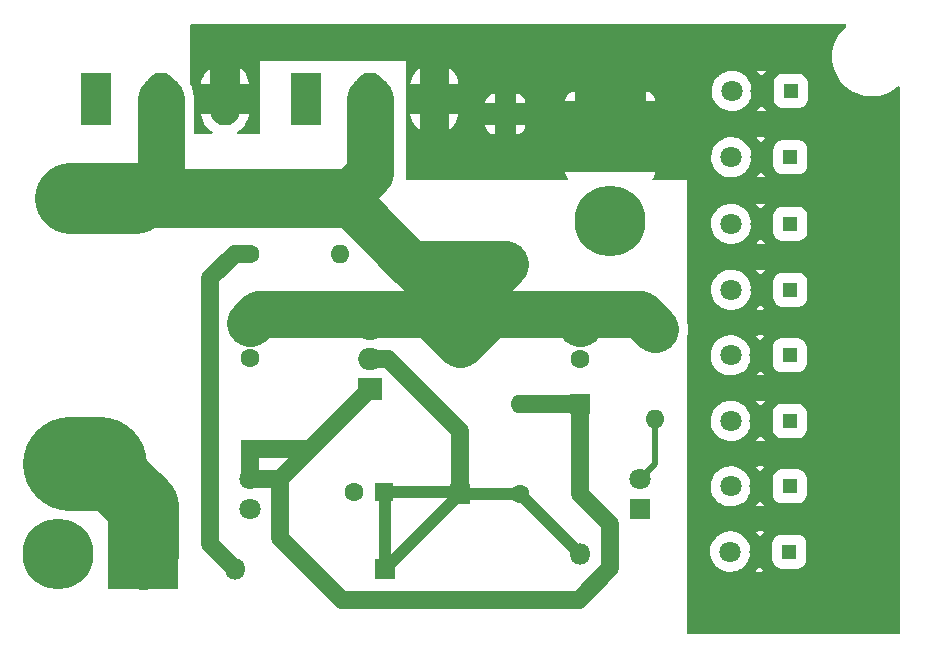
<source format=gbr>
%TF.GenerationSoftware,KiCad,Pcbnew,6.0.2+dfsg-1*%
%TF.CreationDate,2023-08-31T23:14:48-03:00*%
%TF.ProjectId,placa_alimentacao,706c6163-615f-4616-9c69-6d656e746163,rev?*%
%TF.SameCoordinates,Original*%
%TF.FileFunction,Copper,L2,Bot*%
%TF.FilePolarity,Positive*%
%FSLAX46Y46*%
G04 Gerber Fmt 4.6, Leading zero omitted, Abs format (unit mm)*
G04 Created by KiCad (PCBNEW 6.0.2+dfsg-1) date 2023-08-31 23:14:48*
%MOMM*%
%LPD*%
G01*
G04 APERTURE LIST*
%TA.AperFunction,ComponentPad*%
%ADD10C,3.000000*%
%TD*%
%TA.AperFunction,ComponentPad*%
%ADD11R,1.600000X1.600000*%
%TD*%
%TA.AperFunction,ComponentPad*%
%ADD12C,1.600000*%
%TD*%
%TA.AperFunction,ComponentPad*%
%ADD13O,1.600000X1.600000*%
%TD*%
%TA.AperFunction,ComponentPad*%
%ADD14R,1.800000X1.800000*%
%TD*%
%TA.AperFunction,ComponentPad*%
%ADD15C,1.800000*%
%TD*%
%TA.AperFunction,ComponentPad*%
%ADD16R,1.280000X1.280000*%
%TD*%
%TA.AperFunction,ComponentPad*%
%ADD17R,2.500000X4.500000*%
%TD*%
%TA.AperFunction,ComponentPad*%
%ADD18O,2.500000X4.500000*%
%TD*%
%TA.AperFunction,ComponentPad*%
%ADD19O,1.800000X1.800000*%
%TD*%
%TA.AperFunction,ComponentPad*%
%ADD20R,1.500000X1.500000*%
%TD*%
%TA.AperFunction,ComponentPad*%
%ADD21C,6.000000*%
%TD*%
%TA.AperFunction,ComponentPad*%
%ADD22R,6.000000X6.000000*%
%TD*%
%TA.AperFunction,ComponentPad*%
%ADD23R,2.000000X1.905000*%
%TD*%
%TA.AperFunction,ComponentPad*%
%ADD24O,2.000000X1.905000*%
%TD*%
%TA.AperFunction,Conductor*%
%ADD25C,0.500000*%
%TD*%
%TA.AperFunction,Conductor*%
%ADD26C,1.000000*%
%TD*%
%TA.AperFunction,Conductor*%
%ADD27C,1.500000*%
%TD*%
%TA.AperFunction,Conductor*%
%ADD28C,4.000000*%
%TD*%
%TA.AperFunction,Conductor*%
%ADD29C,6.000000*%
%TD*%
%TA.AperFunction,Conductor*%
%ADD30C,5.000000*%
%TD*%
%TA.AperFunction,Conductor*%
%ADD31C,8.000000*%
%TD*%
G04 APERTURE END LIST*
D10*
%TO.P,F1,1*%
%TO.N,/Vin*%
X109220000Y-57150000D03*
%TO.P,F1,2*%
%TO.N,/VDC*%
X109220000Y-34650000D03*
%TD*%
D11*
%TO.P,C3,1*%
%TO.N,Net-(C3-Pad1)*%
X135777361Y-59536027D03*
D12*
%TO.P,C3,2*%
%TO.N,GND*%
X133277361Y-59536027D03*
%TD*%
%TO.P,R3,1*%
%TO.N,/VDC*%
X158750000Y-45720000D03*
D13*
%TO.P,R3,2*%
%TO.N,Net-(D5-Pad2)*%
X158750000Y-53340000D03*
%TD*%
D14*
%TO.P,D5,1,K*%
%TO.N,GND*%
X157480000Y-60960000D03*
D15*
%TO.P,D5,2,A*%
%TO.N,Net-(D5-Pad2)*%
X157480000Y-58420000D03*
%TD*%
D11*
%TO.P,C1,1*%
%TO.N,/VDC*%
X124460000Y-45720000D03*
D12*
%TO.P,C1,2*%
%TO.N,GND*%
X124460000Y-48220000D03*
%TD*%
D16*
%TO.P,J3,1,1*%
%TO.N,GND*%
X170180000Y-36830000D03*
D15*
%TO.P,J3,2,2*%
%TO.N,VOUT*%
X167680000Y-36830000D03*
%TO.P,J3,3,3*%
%TO.N,DATA*%
X165180000Y-36830000D03*
%TD*%
D17*
%TO.P,Q1,1,BASE*%
%TO.N,/Tbase*%
X129165000Y-26245000D03*
D18*
%TO.P,Q1,2,COLLECTOR*%
%TO.N,/VDC*%
X134615000Y-26245000D03*
%TO.P,Q1,3,EMITTER*%
%TO.N,VOUT*%
X140065000Y-26245000D03*
%TD*%
D14*
%TO.P,D2,1,A*%
%TO.N,/ADJ*%
X152400000Y-52070000D03*
D19*
%TO.P,D2,2,K*%
%TO.N,Net-(C3-Pad1)*%
X152400000Y-64770000D03*
%TD*%
D16*
%TO.P,J6,1,1*%
%TO.N,GND*%
X170155962Y-59051842D03*
D15*
%TO.P,J6,2,2*%
%TO.N,VOUT*%
X167655962Y-59051842D03*
%TO.P,J6,3,3*%
%TO.N,DATA*%
X165155962Y-59051842D03*
%TD*%
D16*
%TO.P,J8,1,1*%
%TO.N,GND*%
X170237184Y-25574833D03*
D15*
%TO.P,J8,2,2*%
%TO.N,VOUT*%
X167737184Y-25574833D03*
%TO.P,J8,3,3*%
%TO.N,DATA*%
X165237184Y-25574833D03*
%TD*%
D11*
%TO.P,C2,1*%
%TO.N,/VDC*%
X152400000Y-45760000D03*
D12*
%TO.P,C2,2*%
%TO.N,GND*%
X152400000Y-48260000D03*
%TD*%
D20*
%TO.P,VR1,1*%
%TO.N,/ADJ*%
X124460000Y-55880000D03*
D15*
%TO.P,VR1,2*%
X124460000Y-58420000D03*
%TO.P,VR1,3*%
%TO.N,GND*%
X124460000Y-60960000D03*
%TD*%
D12*
%TO.P,R1,1*%
%TO.N,Net-(C3-Pad1)*%
X147320000Y-59690000D03*
D13*
%TO.P,R1,2*%
%TO.N,/ADJ*%
X147320000Y-52070000D03*
%TD*%
D16*
%TO.P,J10,1,1*%
%TO.N,GND*%
X170115617Y-64570729D03*
D15*
%TO.P,J10,2,2*%
%TO.N,VOUT*%
X167615617Y-64570729D03*
%TO.P,J10,3,3*%
%TO.N,DATA*%
X165115617Y-64570729D03*
%TD*%
D17*
%TO.P,Q2,1,BASE*%
%TO.N,/Tbase*%
X111435000Y-26245000D03*
D18*
%TO.P,Q2,2,COLLECTOR*%
%TO.N,/VDC*%
X116885000Y-26245000D03*
%TO.P,Q2,3,EMITTER*%
%TO.N,VOUT*%
X122335000Y-26245000D03*
%TD*%
D21*
%TO.P,J1,N,NEG*%
%TO.N,GND*%
X108160000Y-64770000D03*
D22*
%TO.P,J1,P,POS*%
%TO.N,/Vin*%
X115360000Y-64770000D03*
%TD*%
D16*
%TO.P,J7,1,1*%
%TO.N,GND*%
X170150740Y-47961093D03*
D15*
%TO.P,J7,2,2*%
%TO.N,VOUT*%
X167650740Y-47961093D03*
%TO.P,J7,3,3*%
%TO.N,DATA*%
X165150740Y-47961093D03*
%TD*%
D14*
%TO.P,D1,1,A*%
%TO.N,Net-(C3-Pad1)*%
X142240000Y-59690000D03*
D19*
%TO.P,D1,2,K*%
%TO.N,/VDC*%
X142240000Y-46990000D03*
%TD*%
D23*
%TO.P,U1,1,ADJ*%
%TO.N,/ADJ*%
X134620000Y-50800000D03*
D24*
%TO.P,U1,2,VO*%
%TO.N,Net-(C3-Pad1)*%
X134620000Y-48260000D03*
%TO.P,U1,3,VI*%
%TO.N,/VDC*%
X134620000Y-45720000D03*
%TD*%
D14*
%TO.P,D3,1,A*%
%TO.N,Net-(C3-Pad1)*%
X135890000Y-66040000D03*
D19*
%TO.P,D3,2,K*%
%TO.N,/Tbase*%
X123190000Y-66040000D03*
%TD*%
D16*
%TO.P,J5,1,1*%
%TO.N,GND*%
X170208592Y-31180780D03*
D15*
%TO.P,J5,2,2*%
%TO.N,VOUT*%
X167708592Y-31180780D03*
%TO.P,J5,3,3*%
%TO.N,DATA*%
X165208592Y-31180780D03*
%TD*%
D16*
%TO.P,J4,1,1*%
%TO.N,GND*%
X170155962Y-53516993D03*
D15*
%TO.P,J4,2,2*%
%TO.N,VOUT*%
X167655962Y-53516993D03*
%TO.P,J4,3,3*%
%TO.N,DATA*%
X165155962Y-53516993D03*
%TD*%
D12*
%TO.P,R2,1*%
%TO.N,/Tbase*%
X124460000Y-39370000D03*
D13*
%TO.P,R2,2*%
%TO.N,GND*%
X132080000Y-39370000D03*
%TD*%
D14*
%TO.P,D4,1,A*%
%TO.N,VOUT*%
X146069631Y-27523558D03*
D19*
%TO.P,D4,2,K*%
%TO.N,/VDC*%
X146069631Y-40223558D03*
%TD*%
D21*
%TO.P,J2,N,NEG*%
%TO.N,GND*%
X154940000Y-36620000D03*
D22*
%TO.P,J2,P,POS*%
%TO.N,VOUT*%
X154940000Y-29420000D03*
%TD*%
D16*
%TO.P,J9,1,1*%
%TO.N,GND*%
X170179999Y-42401862D03*
D15*
%TO.P,J9,2,2*%
%TO.N,VOUT*%
X167679999Y-42401862D03*
%TO.P,J9,3,3*%
%TO.N,DATA*%
X165179999Y-42401862D03*
%TD*%
D25*
%TO.N,Net-(C3-Pad1)*%
X135890000Y-59648666D02*
X135777361Y-59536027D01*
D26*
X135777361Y-59536027D02*
X142086027Y-59536027D01*
D27*
X136120000Y-48260000D02*
X134620000Y-48260000D01*
X142240000Y-59690000D02*
X142240000Y-54380000D01*
X142240000Y-54380000D02*
X136120000Y-48260000D01*
D25*
X142240000Y-59690000D02*
X142086027Y-59536027D01*
D26*
X135890000Y-66040000D02*
X142240000Y-59690000D01*
X147320000Y-59690000D02*
X152400000Y-64770000D01*
X142240000Y-59690000D02*
X147320000Y-59690000D01*
X135890000Y-66040000D02*
X135890000Y-59648666D01*
D28*
%TO.N,/VDC*%
X134615000Y-26245000D02*
X134615000Y-32495000D01*
X152400000Y-44450000D02*
X152400000Y-45260489D01*
D29*
X114730000Y-34650000D02*
X109220000Y-34650000D01*
D28*
X142240000Y-46990000D02*
X139700000Y-44450000D01*
X142240000Y-46990000D02*
X142240000Y-44430000D01*
X158750000Y-45720000D02*
X157480000Y-44450000D01*
X142240000Y-44053189D02*
X146069631Y-40223558D01*
X134615000Y-32495000D02*
X132460000Y-34650000D01*
X125230489Y-44450000D02*
X124460000Y-45220489D01*
X142240000Y-44430000D02*
X132460000Y-34650000D01*
X144780000Y-44450000D02*
X152400000Y-44450000D01*
X142240000Y-46990000D02*
X142240000Y-44053189D01*
X116885000Y-26245000D02*
X116885000Y-32495000D01*
X138033558Y-40223558D02*
X132460000Y-34650000D01*
D30*
X132460000Y-34650000D02*
X114730000Y-34650000D01*
D28*
X157480000Y-44450000D02*
X152400000Y-44450000D01*
X139700000Y-44450000D02*
X125230489Y-44450000D01*
X146069631Y-40223558D02*
X138033558Y-40223558D01*
X116885000Y-32495000D02*
X114730000Y-34650000D01*
X142240000Y-46990000D02*
X144780000Y-44450000D01*
D25*
%TO.N,Net-(D5-Pad2)*%
X157480000Y-58420000D02*
X158750000Y-57150000D01*
X158750000Y-57150000D02*
X158750000Y-53340000D01*
D29*
%TO.N,/Vin*%
X115360000Y-60750000D02*
X111760000Y-57150000D01*
D31*
X111760000Y-57150000D02*
X109220000Y-57150000D01*
D29*
X115360000Y-64770000D02*
X115360000Y-60750000D01*
D27*
%TO.N,/Tbase*%
X121062691Y-63912691D02*
X123190000Y-66040000D01*
X123140000Y-39370000D02*
X124460000Y-39370000D01*
X121062691Y-41447309D02*
X123140000Y-39370000D01*
X121062691Y-41447309D02*
X121062691Y-63912691D01*
%TO.N,/ADJ*%
X124460000Y-58420000D02*
X124460000Y-55880000D01*
X129540000Y-55880000D02*
X134620000Y-50800000D01*
X124460000Y-55880000D02*
X129540000Y-55880000D01*
X154940000Y-65999275D02*
X152280957Y-68658318D01*
X127000000Y-63400905D02*
X127000000Y-58420000D01*
X127000000Y-58420000D02*
X134620000Y-50800000D01*
X147320000Y-52070000D02*
X152400000Y-52070000D01*
X152400000Y-52070000D02*
X152400000Y-59690000D01*
X154940000Y-62230000D02*
X154940000Y-65999275D01*
X152280957Y-68658318D02*
X132257413Y-68658318D01*
X152400000Y-59690000D02*
X154940000Y-62230000D01*
X132257413Y-68658318D02*
X127000000Y-63400905D01*
X124460000Y-58420000D02*
X127000000Y-58420000D01*
%TD*%
%TA.AperFunction,Conductor*%
%TO.N,VOUT*%
G36*
X161498246Y-33146377D02*
G01*
X158645653Y-33146377D01*
X158577532Y-33126375D01*
X158531039Y-33072719D01*
X158520935Y-33002445D01*
X158547181Y-32941768D01*
X158616844Y-32854502D01*
X158624305Y-32842654D01*
X158696287Y-32693752D01*
X158700937Y-32680549D01*
X158738527Y-32517730D01*
X158739947Y-32507812D01*
X158740000Y-32505973D01*
X158740000Y-32438115D01*
X158735525Y-32422876D01*
X158734135Y-32421671D01*
X158726452Y-32420000D01*
X151158116Y-32420000D01*
X151142877Y-32424475D01*
X151141672Y-32425865D01*
X151140001Y-32433548D01*
X151140001Y-32506003D01*
X151140052Y-32507797D01*
X151141473Y-32517728D01*
X151179063Y-32680549D01*
X151183713Y-32693752D01*
X151255695Y-32842654D01*
X151263156Y-32854502D01*
X151332819Y-32941768D01*
X151359686Y-33007485D01*
X151346759Y-33077295D01*
X151298142Y-33129034D01*
X151234349Y-33146377D01*
X137928106Y-33146376D01*
X137764758Y-33146376D01*
X137696637Y-33126374D01*
X137650144Y-33072718D01*
X137638758Y-33020376D01*
X137638758Y-27510736D01*
X138028576Y-27510736D01*
X138029687Y-27526619D01*
X138030906Y-27535296D01*
X138088687Y-27807135D01*
X138091106Y-27815572D01*
X138186155Y-28076713D01*
X138189726Y-28084733D01*
X138320186Y-28330095D01*
X138324845Y-28337551D01*
X138488185Y-28562369D01*
X138493832Y-28569099D01*
X138686879Y-28769005D01*
X138693401Y-28774876D01*
X138800723Y-28858726D01*
X138812353Y-28863339D01*
X138814175Y-28856496D01*
X141315000Y-28856496D01*
X141318878Y-28869703D01*
X141326740Y-28866671D01*
X141333464Y-28861417D01*
X141539974Y-28675475D01*
X141546077Y-28669155D01*
X141679993Y-28509561D01*
X144369632Y-28509561D01*
X144369683Y-28511355D01*
X144371104Y-28521286D01*
X144408694Y-28684107D01*
X144413344Y-28697310D01*
X144485326Y-28846212D01*
X144492787Y-28858060D01*
X144595977Y-28987325D01*
X144605864Y-28997212D01*
X144735129Y-29100402D01*
X144746977Y-29107863D01*
X144895879Y-29179845D01*
X144909082Y-29184495D01*
X145071901Y-29222085D01*
X145081819Y-29223505D01*
X145083658Y-29223558D01*
X145151516Y-29223558D01*
X145166755Y-29219083D01*
X145167960Y-29217693D01*
X145169631Y-29210010D01*
X145169631Y-29205442D01*
X146969631Y-29205442D01*
X146974106Y-29220681D01*
X146975496Y-29221886D01*
X146983179Y-29223557D01*
X147055634Y-29223557D01*
X147057436Y-29223505D01*
X147067359Y-29222085D01*
X147230180Y-29184495D01*
X147243383Y-29179845D01*
X147392285Y-29107863D01*
X147404133Y-29100402D01*
X147533398Y-28997212D01*
X147543285Y-28987325D01*
X147646475Y-28858060D01*
X147653936Y-28846212D01*
X147725918Y-28697310D01*
X147730568Y-28684107D01*
X147768158Y-28521288D01*
X147769578Y-28511370D01*
X147769631Y-28509531D01*
X147769631Y-28441673D01*
X147765156Y-28426434D01*
X147763766Y-28425229D01*
X147756083Y-28423558D01*
X146987746Y-28423558D01*
X146972507Y-28428033D01*
X146971302Y-28429423D01*
X146969631Y-28437106D01*
X146969631Y-29205442D01*
X145169631Y-29205442D01*
X145169631Y-28441673D01*
X145165156Y-28426434D01*
X145163766Y-28425229D01*
X145156083Y-28423558D01*
X144387747Y-28423558D01*
X144372508Y-28428033D01*
X144371303Y-28429423D01*
X144369632Y-28437106D01*
X144369632Y-28509561D01*
X141679993Y-28509561D01*
X141724707Y-28456273D01*
X141729867Y-28449170D01*
X141877136Y-28213491D01*
X141881248Y-28205757D01*
X141994287Y-27951867D01*
X141997286Y-27943626D01*
X142073887Y-27676487D01*
X142075711Y-27667908D01*
X142097490Y-27512940D01*
X142095429Y-27498920D01*
X142081999Y-27495000D01*
X141333115Y-27495000D01*
X141317876Y-27499475D01*
X141316671Y-27500865D01*
X141315000Y-27508548D01*
X141315000Y-28856496D01*
X138814175Y-28856496D01*
X138815000Y-28853396D01*
X138815000Y-27513115D01*
X138810525Y-27497876D01*
X138809135Y-27496671D01*
X138801452Y-27495000D01*
X138045591Y-27495000D01*
X138030632Y-27499392D01*
X138028576Y-27510736D01*
X137638758Y-27510736D01*
X137638758Y-26605443D01*
X144369631Y-26605443D01*
X144374106Y-26620682D01*
X144375496Y-26621887D01*
X144383179Y-26623558D01*
X145151516Y-26623558D01*
X145166755Y-26619083D01*
X145167960Y-26617693D01*
X145169631Y-26610010D01*
X145169631Y-26605443D01*
X146969631Y-26605443D01*
X146974106Y-26620682D01*
X146975496Y-26621887D01*
X146983179Y-26623558D01*
X147751515Y-26623558D01*
X147766754Y-26619083D01*
X147767959Y-26617693D01*
X147769630Y-26610010D01*
X147769630Y-26537555D01*
X147769578Y-26535753D01*
X147768158Y-26525830D01*
X147739543Y-26401885D01*
X151140000Y-26401885D01*
X151144475Y-26417124D01*
X151145865Y-26418329D01*
X151153548Y-26420000D01*
X151921885Y-26420000D01*
X151937124Y-26415525D01*
X151938329Y-26414135D01*
X151940000Y-26406452D01*
X151940000Y-26401885D01*
X157940000Y-26401885D01*
X157944475Y-26417124D01*
X157945865Y-26418329D01*
X157953548Y-26420000D01*
X158721884Y-26420000D01*
X158737123Y-26415525D01*
X158738328Y-26414135D01*
X158739999Y-26406452D01*
X158739999Y-26333997D01*
X158739947Y-26332195D01*
X158738527Y-26322272D01*
X158700937Y-26159451D01*
X158696287Y-26146248D01*
X158624305Y-25997346D01*
X158616844Y-25985498D01*
X158513654Y-25856233D01*
X158503767Y-25846346D01*
X158374502Y-25743156D01*
X158362654Y-25735695D01*
X158213752Y-25663713D01*
X158200549Y-25659063D01*
X158037730Y-25621473D01*
X158027812Y-25620053D01*
X158025973Y-25620000D01*
X157958115Y-25620000D01*
X157942876Y-25624475D01*
X157941671Y-25625865D01*
X157940000Y-25633548D01*
X157940000Y-26401885D01*
X151940000Y-26401885D01*
X151940000Y-25638116D01*
X151935525Y-25622877D01*
X151934135Y-25621672D01*
X151926452Y-25620001D01*
X151853997Y-25620001D01*
X151852195Y-25620053D01*
X151842272Y-25621473D01*
X151679451Y-25659063D01*
X151666248Y-25663713D01*
X151517346Y-25735695D01*
X151505498Y-25743156D01*
X151376233Y-25846346D01*
X151366346Y-25856233D01*
X151263156Y-25985498D01*
X151255695Y-25997346D01*
X151183713Y-26146248D01*
X151179063Y-26159451D01*
X151141473Y-26322270D01*
X151140053Y-26332188D01*
X151140000Y-26334027D01*
X151140000Y-26401885D01*
X147739543Y-26401885D01*
X147730568Y-26363009D01*
X147725918Y-26349806D01*
X147653936Y-26200904D01*
X147646475Y-26189056D01*
X147543285Y-26059791D01*
X147533398Y-26049904D01*
X147404133Y-25946714D01*
X147392285Y-25939253D01*
X147243383Y-25867271D01*
X147230180Y-25862621D01*
X147067361Y-25825031D01*
X147057443Y-25823611D01*
X147055604Y-25823558D01*
X146987746Y-25823558D01*
X146972507Y-25828033D01*
X146971302Y-25829423D01*
X146969631Y-25837106D01*
X146969631Y-26605443D01*
X145169631Y-26605443D01*
X145169631Y-25841674D01*
X145165156Y-25826435D01*
X145163766Y-25825230D01*
X145156083Y-25823559D01*
X145083628Y-25823559D01*
X145081826Y-25823611D01*
X145071903Y-25825031D01*
X144909082Y-25862621D01*
X144895879Y-25867271D01*
X144746977Y-25939253D01*
X144735129Y-25946714D01*
X144605864Y-26049904D01*
X144595977Y-26059791D01*
X144492787Y-26189056D01*
X144485326Y-26200904D01*
X144413344Y-26349806D01*
X144408694Y-26363009D01*
X144371104Y-26525828D01*
X144369684Y-26535746D01*
X144369631Y-26537585D01*
X144369631Y-26605443D01*
X137638758Y-26605443D01*
X137638758Y-24977060D01*
X138032510Y-24977060D01*
X138034571Y-24991080D01*
X138048001Y-24995000D01*
X138796885Y-24995000D01*
X138812124Y-24990525D01*
X138813329Y-24989135D01*
X138815000Y-24981452D01*
X138815000Y-24976885D01*
X141315000Y-24976885D01*
X141319475Y-24992124D01*
X141320865Y-24993329D01*
X141328548Y-24995000D01*
X142084409Y-24995000D01*
X142099368Y-24990608D01*
X142101424Y-24979264D01*
X142100313Y-24963381D01*
X142099094Y-24954704D01*
X142041313Y-24682865D01*
X142038894Y-24674428D01*
X141943845Y-24413287D01*
X141940274Y-24405267D01*
X141809814Y-24159905D01*
X141805155Y-24152449D01*
X141641815Y-23927631D01*
X141636168Y-23920901D01*
X141443121Y-23720995D01*
X141436599Y-23715124D01*
X141329277Y-23631274D01*
X141317647Y-23626661D01*
X141315000Y-23636604D01*
X141315000Y-24976885D01*
X138815000Y-24976885D01*
X138815000Y-23633504D01*
X138811122Y-23620297D01*
X138803260Y-23623329D01*
X138796536Y-23628583D01*
X138590026Y-23814525D01*
X138583923Y-23820845D01*
X138405293Y-24033727D01*
X138400133Y-24040830D01*
X138252864Y-24276509D01*
X138248752Y-24284243D01*
X138135713Y-24538133D01*
X138132714Y-24546374D01*
X138056113Y-24813513D01*
X138054289Y-24822092D01*
X138032510Y-24977060D01*
X137638758Y-24977060D01*
X137638758Y-23074148D01*
X125304289Y-23074148D01*
X125304289Y-29084000D01*
X125284287Y-29152121D01*
X125230631Y-29198614D01*
X125178289Y-29210000D01*
X123499893Y-29210000D01*
X123431772Y-29189998D01*
X123385279Y-29136342D01*
X123375175Y-29066068D01*
X123404669Y-29001488D01*
X123429435Y-28979541D01*
X123596542Y-28866826D01*
X123603459Y-28861422D01*
X123809974Y-28675475D01*
X123816077Y-28669155D01*
X123994707Y-28456273D01*
X123999867Y-28449170D01*
X124147136Y-28213491D01*
X124151248Y-28205757D01*
X124264287Y-27951867D01*
X124267286Y-27943626D01*
X124343887Y-27676487D01*
X124345711Y-27667908D01*
X124367490Y-27512940D01*
X124365429Y-27498920D01*
X124351999Y-27495000D01*
X120315591Y-27495000D01*
X120300632Y-27499392D01*
X120298576Y-27510736D01*
X120299687Y-27526619D01*
X120300906Y-27535296D01*
X120358687Y-27807135D01*
X120361106Y-27815572D01*
X120456155Y-28076713D01*
X120459726Y-28084733D01*
X120590186Y-28330095D01*
X120594845Y-28337551D01*
X120758185Y-28562369D01*
X120763832Y-28569099D01*
X120956879Y-28769005D01*
X120963401Y-28774877D01*
X121182389Y-28945969D01*
X121189662Y-28950875D01*
X121231242Y-28974881D01*
X121280235Y-29026263D01*
X121293672Y-29095977D01*
X121267285Y-29161888D01*
X121209453Y-29203070D01*
X121168242Y-29210000D01*
X119811500Y-29210000D01*
X119743379Y-29189998D01*
X119696886Y-29136342D01*
X119685500Y-29084000D01*
X119685500Y-26160827D01*
X119671268Y-25917689D01*
X119662333Y-25867271D01*
X119614694Y-25598469D01*
X119614693Y-25598465D01*
X119614052Y-25594848D01*
X119537519Y-25340559D01*
X119520621Y-25284413D01*
X119520621Y-25284412D01*
X119519560Y-25280888D01*
X119390407Y-24983146D01*
X119389144Y-24977060D01*
X120302510Y-24977060D01*
X120304571Y-24991080D01*
X120318001Y-24995000D01*
X121066885Y-24995000D01*
X121082124Y-24990525D01*
X121083329Y-24989135D01*
X121085000Y-24981452D01*
X121085000Y-24976885D01*
X123585000Y-24976885D01*
X123589475Y-24992124D01*
X123590865Y-24993329D01*
X123598548Y-24995000D01*
X124354409Y-24995000D01*
X124369368Y-24990608D01*
X124371424Y-24979264D01*
X124370313Y-24963381D01*
X124369094Y-24954704D01*
X124311313Y-24682865D01*
X124308894Y-24674428D01*
X124213845Y-24413287D01*
X124210274Y-24405267D01*
X124079814Y-24159905D01*
X124075155Y-24152449D01*
X123911815Y-23927631D01*
X123906168Y-23920901D01*
X123713121Y-23720995D01*
X123706599Y-23715124D01*
X123599277Y-23631274D01*
X123587647Y-23626661D01*
X123585000Y-23636604D01*
X123585000Y-24976885D01*
X121085000Y-24976885D01*
X121085000Y-23633504D01*
X121081122Y-23620297D01*
X121073260Y-23623329D01*
X121066536Y-23628583D01*
X120860026Y-23814525D01*
X120853923Y-23820845D01*
X120675293Y-24033727D01*
X120670133Y-24040830D01*
X120522864Y-24276509D01*
X120518752Y-24284243D01*
X120405713Y-24538133D01*
X120402714Y-24546374D01*
X120326113Y-24813513D01*
X120324289Y-24822092D01*
X120302510Y-24977060D01*
X119389144Y-24977060D01*
X119380000Y-24933004D01*
X119380000Y-20051000D01*
X119400002Y-19982879D01*
X119453658Y-19936386D01*
X119506000Y-19925000D01*
X161498246Y-19925000D01*
X161498246Y-33146377D01*
G37*
%TD.AperFunction*%
%TD*%
%TA.AperFunction,Conductor*%
%TO.N,VOUT*%
G36*
X174885320Y-19945002D02*
G01*
X174931813Y-19998658D01*
X174941917Y-20068932D01*
X174912423Y-20133512D01*
X174903616Y-20142696D01*
X174657863Y-20374281D01*
X174655646Y-20376876D01*
X174655641Y-20376882D01*
X174425132Y-20646775D01*
X174422908Y-20649379D01*
X174420980Y-20652206D01*
X174420978Y-20652208D01*
X174221768Y-20944239D01*
X174219037Y-20948242D01*
X174217430Y-20951252D01*
X174217428Y-20951255D01*
X174050241Y-21264369D01*
X174050237Y-21264378D01*
X174048636Y-21267376D01*
X173913697Y-21603046D01*
X173912777Y-21606320D01*
X173912775Y-21606325D01*
X173821259Y-21931905D01*
X173815800Y-21951325D01*
X173756090Y-22308141D01*
X173737217Y-22635446D01*
X173735264Y-22669318D01*
X173735436Y-22672713D01*
X173735436Y-22672714D01*
X173740469Y-22772059D01*
X173753568Y-23030632D01*
X173810786Y-23387856D01*
X173906249Y-23736810D01*
X174038841Y-24073414D01*
X174040424Y-24076429D01*
X174205426Y-24390713D01*
X174205431Y-24390721D01*
X174207010Y-24393729D01*
X174208904Y-24396547D01*
X174208909Y-24396556D01*
X174335255Y-24584579D01*
X174408789Y-24694009D01*
X174641818Y-24970740D01*
X174644278Y-24973091D01*
X174644281Y-24973094D01*
X174707748Y-25033744D01*
X174903371Y-25220685D01*
X175190388Y-25440921D01*
X175275717Y-25492802D01*
X175496597Y-25627099D01*
X175496602Y-25627102D01*
X175499512Y-25628871D01*
X175502600Y-25630317D01*
X175502599Y-25630317D01*
X175824042Y-25780893D01*
X175824052Y-25780897D01*
X175827126Y-25782337D01*
X175830344Y-25783439D01*
X175830347Y-25783440D01*
X176166175Y-25898420D01*
X176166183Y-25898422D01*
X176169398Y-25899523D01*
X176172726Y-25900273D01*
X176518999Y-25978309D01*
X176519005Y-25978310D01*
X176522324Y-25979058D01*
X176525703Y-25979443D01*
X176525709Y-25979444D01*
X176676195Y-25996589D01*
X176881776Y-26020012D01*
X176885181Y-26020030D01*
X176885184Y-26020030D01*
X177079819Y-26021049D01*
X177243548Y-26021907D01*
X177246934Y-26021557D01*
X177246936Y-26021557D01*
X177600017Y-25985070D01*
X177600026Y-25985069D01*
X177603409Y-25984719D01*
X177606742Y-25984005D01*
X177606745Y-25984004D01*
X177716923Y-25960383D01*
X177957148Y-25908883D01*
X178300629Y-25795288D01*
X178629832Y-25645262D01*
X178815760Y-25534866D01*
X178937962Y-25462308D01*
X178937967Y-25462305D01*
X178940907Y-25460559D01*
X178967063Y-25440921D01*
X179227481Y-25245393D01*
X179230214Y-25243341D01*
X179252908Y-25222105D01*
X179316313Y-25190164D01*
X179386922Y-25197574D01*
X179442316Y-25241981D01*
X179465000Y-25314105D01*
X179465000Y-71464000D01*
X179444998Y-71532121D01*
X179391342Y-71578614D01*
X179339000Y-71590000D01*
X161578527Y-71590000D01*
X161510406Y-71569998D01*
X161463913Y-71516342D01*
X161452527Y-71464000D01*
X161452527Y-64526090D01*
X163410933Y-64526090D01*
X163423060Y-64778549D01*
X163472369Y-65026442D01*
X163473948Y-65030840D01*
X163473950Y-65030847D01*
X163556194Y-65259915D01*
X163557777Y-65264324D01*
X163677409Y-65486969D01*
X163680204Y-65490713D01*
X163680206Y-65490715D01*
X163825843Y-65685747D01*
X163825848Y-65685753D01*
X163828635Y-65689485D01*
X163831944Y-65692765D01*
X163831949Y-65692771D01*
X163996945Y-65856333D01*
X164008134Y-65867425D01*
X164011896Y-65870183D01*
X164011899Y-65870186D01*
X164150948Y-65972140D01*
X164211963Y-66016878D01*
X164216098Y-66019054D01*
X164216102Y-66019056D01*
X164333569Y-66080858D01*
X164435643Y-66134562D01*
X164674261Y-66217891D01*
X164678854Y-66218763D01*
X164917986Y-66264164D01*
X164917989Y-66264164D01*
X164922575Y-66265035D01*
X165042698Y-66269755D01*
X165170462Y-66274775D01*
X165170467Y-66274775D01*
X165175130Y-66274958D01*
X165253274Y-66266400D01*
X165421724Y-66247952D01*
X165421729Y-66247951D01*
X165426377Y-66247442D01*
X165489452Y-66230836D01*
X165502659Y-66227359D01*
X167237235Y-66227359D01*
X167245124Y-66230836D01*
X167418046Y-66263667D01*
X167427298Y-66264721D01*
X167670445Y-66274275D01*
X167679759Y-66273949D01*
X167921633Y-66247460D01*
X167930810Y-66245759D01*
X167982194Y-66232231D01*
X167994268Y-66224943D01*
X167994096Y-66223448D01*
X167991107Y-66219011D01*
X167628429Y-65856333D01*
X167614485Y-65848719D01*
X167612652Y-65848850D01*
X167606037Y-65853101D01*
X167243798Y-66215340D01*
X167237235Y-66227359D01*
X165502659Y-66227359D01*
X165666275Y-66184283D01*
X165666278Y-66184282D01*
X165670798Y-66183092D01*
X165903022Y-66083320D01*
X166010391Y-66016878D01*
X166113975Y-65952779D01*
X166113979Y-65952776D01*
X166117948Y-65950320D01*
X166212606Y-65870186D01*
X166307289Y-65790031D01*
X166307290Y-65790030D01*
X166310855Y-65787012D01*
X166393503Y-65692771D01*
X166474423Y-65600500D01*
X166474427Y-65600495D01*
X166477505Y-65596985D01*
X166549763Y-65484648D01*
X166611711Y-65388339D01*
X166611713Y-65388336D01*
X166614236Y-65384413D01*
X166718045Y-65153965D01*
X166786651Y-64910705D01*
X166802880Y-64783138D01*
X166818150Y-64663107D01*
X166818150Y-64663101D01*
X166818548Y-64659976D01*
X166820885Y-64570729D01*
X166802154Y-64318674D01*
X166746373Y-64072157D01*
X166657927Y-63844716D01*
X168675117Y-63844716D01*
X168675118Y-64573889D01*
X168675118Y-65298565D01*
X168675391Y-65303318D01*
X168715790Y-65478306D01*
X168793953Y-65639995D01*
X168905997Y-65780349D01*
X169046351Y-65892393D01*
X169208040Y-65970556D01*
X169214901Y-65972140D01*
X169377829Y-66009755D01*
X169377832Y-66009755D01*
X169383028Y-66010955D01*
X169387780Y-66011229D01*
X169389604Y-66011229D01*
X170121855Y-66011228D01*
X170843453Y-66011228D01*
X170848206Y-66010955D01*
X171023194Y-65970556D01*
X171184883Y-65892393D01*
X171325237Y-65780349D01*
X171437281Y-65639995D01*
X171515444Y-65478306D01*
X171517028Y-65471445D01*
X171554643Y-65308517D01*
X171554643Y-65308514D01*
X171555843Y-65303318D01*
X171556117Y-65298566D01*
X171556117Y-64570729D01*
X171556116Y-63844686D01*
X171556116Y-63842893D01*
X171555843Y-63838140D01*
X171515444Y-63663152D01*
X171437281Y-63501463D01*
X171325237Y-63361109D01*
X171184883Y-63249065D01*
X171171963Y-63242819D01*
X171029536Y-63173968D01*
X171029537Y-63173968D01*
X171023194Y-63170902D01*
X171016333Y-63169318D01*
X170853405Y-63131703D01*
X170853402Y-63131703D01*
X170848206Y-63130503D01*
X170843454Y-63130229D01*
X170841630Y-63130229D01*
X170109379Y-63130230D01*
X169387781Y-63130230D01*
X169383028Y-63130503D01*
X169208040Y-63170902D01*
X169201697Y-63173968D01*
X169201698Y-63173968D01*
X169059272Y-63242819D01*
X169046351Y-63249065D01*
X168905997Y-63361109D01*
X168793953Y-63501463D01*
X168715790Y-63663152D01*
X168714206Y-63670013D01*
X168685916Y-63792553D01*
X168675391Y-63838140D01*
X168675117Y-63842892D01*
X168675117Y-63844716D01*
X166657927Y-63844716D01*
X166657915Y-63844686D01*
X166656460Y-63840945D01*
X166656459Y-63840943D01*
X166654767Y-63836592D01*
X166529348Y-63617155D01*
X166372872Y-63418667D01*
X166188777Y-63245487D01*
X165981106Y-63101420D01*
X165976913Y-63099352D01*
X165758610Y-62991697D01*
X165758607Y-62991696D01*
X165754422Y-62989632D01*
X165709996Y-62975411D01*
X165658020Y-62958774D01*
X165520764Y-62914838D01*
X167235500Y-62914838D01*
X167235834Y-62917192D01*
X167238004Y-62920324D01*
X167602805Y-63285125D01*
X167616749Y-63292739D01*
X167618582Y-63292608D01*
X167625197Y-63288357D01*
X167989511Y-62924043D01*
X167995856Y-62912424D01*
X167987291Y-62908783D01*
X167768812Y-62873201D01*
X167759524Y-62872388D01*
X167516220Y-62869203D01*
X167506908Y-62869773D01*
X167265806Y-62902585D01*
X167256688Y-62904523D01*
X167247380Y-62907236D01*
X167235500Y-62914838D01*
X165520764Y-62914838D01*
X165513704Y-62912578D01*
X165509097Y-62911828D01*
X165509094Y-62911827D01*
X165268852Y-62872701D01*
X165268853Y-62872701D01*
X165264241Y-62871950D01*
X165141643Y-62870345D01*
X165016190Y-62868703D01*
X165016187Y-62868703D01*
X165011513Y-62868642D01*
X164761072Y-62902725D01*
X164756582Y-62904034D01*
X164756576Y-62904035D01*
X164653468Y-62934089D01*
X164518420Y-62973452D01*
X164514173Y-62975410D01*
X164514170Y-62975411D01*
X164478843Y-62991697D01*
X164288887Y-63079268D01*
X164284978Y-63081831D01*
X164081429Y-63215283D01*
X164081424Y-63215287D01*
X164077516Y-63217849D01*
X164037615Y-63253462D01*
X163910841Y-63366612D01*
X163888950Y-63386150D01*
X163727332Y-63580475D01*
X163596212Y-63796554D01*
X163594403Y-63800868D01*
X163594402Y-63800870D01*
X163576029Y-63844686D01*
X163498471Y-64029640D01*
X163436256Y-64274612D01*
X163410933Y-64526090D01*
X161452527Y-64526090D01*
X161452527Y-59007203D01*
X163451278Y-59007203D01*
X163463405Y-59259662D01*
X163512714Y-59507555D01*
X163514293Y-59511953D01*
X163514295Y-59511960D01*
X163596539Y-59741028D01*
X163598122Y-59745437D01*
X163717754Y-59968082D01*
X163720549Y-59971826D01*
X163720551Y-59971828D01*
X163866188Y-60166860D01*
X163866193Y-60166866D01*
X163868980Y-60170598D01*
X163872289Y-60173878D01*
X163872294Y-60173884D01*
X164037290Y-60337446D01*
X164048479Y-60348538D01*
X164052241Y-60351296D01*
X164052244Y-60351299D01*
X164191293Y-60453253D01*
X164252308Y-60497991D01*
X164256443Y-60500167D01*
X164256447Y-60500169D01*
X164373914Y-60561971D01*
X164475988Y-60615675D01*
X164714606Y-60699004D01*
X164719199Y-60699876D01*
X164958331Y-60745277D01*
X164958334Y-60745277D01*
X164962920Y-60746148D01*
X165083043Y-60750868D01*
X165210807Y-60755888D01*
X165210812Y-60755888D01*
X165215475Y-60756071D01*
X165293619Y-60747513D01*
X165462069Y-60729065D01*
X165462074Y-60729064D01*
X165466722Y-60728555D01*
X165529797Y-60711949D01*
X165543004Y-60708472D01*
X167277580Y-60708472D01*
X167285469Y-60711949D01*
X167458391Y-60744780D01*
X167467643Y-60745834D01*
X167710790Y-60755388D01*
X167720104Y-60755062D01*
X167961978Y-60728573D01*
X167971155Y-60726872D01*
X168022539Y-60713344D01*
X168034613Y-60706056D01*
X168034441Y-60704561D01*
X168031452Y-60700124D01*
X167668774Y-60337446D01*
X167654830Y-60329832D01*
X167652997Y-60329963D01*
X167646382Y-60334214D01*
X167284143Y-60696453D01*
X167277580Y-60708472D01*
X165543004Y-60708472D01*
X165706620Y-60665396D01*
X165706623Y-60665395D01*
X165711143Y-60664205D01*
X165943367Y-60564433D01*
X166050736Y-60497991D01*
X166154320Y-60433892D01*
X166154324Y-60433889D01*
X166158293Y-60431433D01*
X166252951Y-60351299D01*
X166347634Y-60271144D01*
X166347635Y-60271143D01*
X166351200Y-60268125D01*
X166433848Y-60173884D01*
X166514768Y-60081613D01*
X166514772Y-60081608D01*
X166517850Y-60078098D01*
X166590108Y-59965761D01*
X166652056Y-59869452D01*
X166652058Y-59869449D01*
X166654581Y-59865526D01*
X166758390Y-59635078D01*
X166826996Y-59391818D01*
X166843225Y-59264251D01*
X166858495Y-59144220D01*
X166858495Y-59144214D01*
X166858893Y-59141089D01*
X166861230Y-59051842D01*
X166842499Y-58799787D01*
X166786718Y-58553270D01*
X166698272Y-58325829D01*
X168715462Y-58325829D01*
X168715463Y-59055002D01*
X168715463Y-59779678D01*
X168715736Y-59784431D01*
X168756135Y-59959419D01*
X168834298Y-60121108D01*
X168946342Y-60261462D01*
X169086696Y-60373506D01*
X169248385Y-60451669D01*
X169255246Y-60453253D01*
X169418174Y-60490868D01*
X169418177Y-60490868D01*
X169423373Y-60492068D01*
X169428125Y-60492342D01*
X169429949Y-60492342D01*
X170162200Y-60492341D01*
X170883798Y-60492341D01*
X170888551Y-60492068D01*
X171063539Y-60451669D01*
X171225228Y-60373506D01*
X171365582Y-60261462D01*
X171477626Y-60121108D01*
X171555789Y-59959419D01*
X171557373Y-59952558D01*
X171594988Y-59789630D01*
X171594988Y-59789627D01*
X171596188Y-59784431D01*
X171596462Y-59779679D01*
X171596462Y-59051842D01*
X171596461Y-58325799D01*
X171596461Y-58324006D01*
X171596188Y-58319253D01*
X171555789Y-58144265D01*
X171477626Y-57982576D01*
X171365582Y-57842222D01*
X171225228Y-57730178D01*
X171212308Y-57723932D01*
X171069881Y-57655081D01*
X171069882Y-57655081D01*
X171063539Y-57652015D01*
X171056678Y-57650431D01*
X170893750Y-57612816D01*
X170893747Y-57612816D01*
X170888551Y-57611616D01*
X170883799Y-57611342D01*
X170881975Y-57611342D01*
X170149724Y-57611343D01*
X169428126Y-57611343D01*
X169423373Y-57611616D01*
X169248385Y-57652015D01*
X169242042Y-57655081D01*
X169242043Y-57655081D01*
X169099617Y-57723932D01*
X169086696Y-57730178D01*
X168946342Y-57842222D01*
X168834298Y-57982576D01*
X168756135Y-58144265D01*
X168754551Y-58151126D01*
X168726261Y-58273666D01*
X168715736Y-58319253D01*
X168715462Y-58324005D01*
X168715462Y-58325829D01*
X166698272Y-58325829D01*
X166698260Y-58325799D01*
X166696805Y-58322058D01*
X166696804Y-58322056D01*
X166695112Y-58317705D01*
X166569693Y-58098268D01*
X166413217Y-57899780D01*
X166229122Y-57726600D01*
X166021451Y-57582533D01*
X166017258Y-57580465D01*
X165798955Y-57472810D01*
X165798952Y-57472809D01*
X165794767Y-57470745D01*
X165750341Y-57456524D01*
X165698365Y-57439887D01*
X165561109Y-57395951D01*
X167275845Y-57395951D01*
X167276179Y-57398305D01*
X167278349Y-57401437D01*
X167643150Y-57766238D01*
X167657094Y-57773852D01*
X167658927Y-57773721D01*
X167665542Y-57769470D01*
X168029856Y-57405156D01*
X168036201Y-57393537D01*
X168027636Y-57389896D01*
X167809157Y-57354314D01*
X167799869Y-57353501D01*
X167556565Y-57350316D01*
X167547253Y-57350886D01*
X167306151Y-57383698D01*
X167297033Y-57385636D01*
X167287725Y-57388349D01*
X167275845Y-57395951D01*
X165561109Y-57395951D01*
X165554049Y-57393691D01*
X165549442Y-57392941D01*
X165549439Y-57392940D01*
X165309197Y-57353814D01*
X165309198Y-57353814D01*
X165304586Y-57353063D01*
X165181988Y-57351458D01*
X165056535Y-57349816D01*
X165056532Y-57349816D01*
X165051858Y-57349755D01*
X164801417Y-57383838D01*
X164796927Y-57385147D01*
X164796921Y-57385148D01*
X164693813Y-57415202D01*
X164558765Y-57454565D01*
X164554518Y-57456523D01*
X164554515Y-57456524D01*
X164519188Y-57472810D01*
X164329232Y-57560381D01*
X164325323Y-57562944D01*
X164121774Y-57696396D01*
X164121769Y-57696400D01*
X164117861Y-57698962D01*
X164077960Y-57734575D01*
X163951186Y-57847725D01*
X163929295Y-57867263D01*
X163767677Y-58061588D01*
X163636557Y-58277667D01*
X163634748Y-58281981D01*
X163634747Y-58281983D01*
X163616374Y-58325799D01*
X163538816Y-58510753D01*
X163476601Y-58755725D01*
X163451278Y-59007203D01*
X161452527Y-59007203D01*
X161452527Y-53472354D01*
X163451278Y-53472354D01*
X163463405Y-53724813D01*
X163512714Y-53972706D01*
X163514293Y-53977104D01*
X163514295Y-53977111D01*
X163596539Y-54206179D01*
X163598122Y-54210588D01*
X163717754Y-54433233D01*
X163720549Y-54436977D01*
X163720551Y-54436979D01*
X163866188Y-54632011D01*
X163866193Y-54632017D01*
X163868980Y-54635749D01*
X163872289Y-54639029D01*
X163872294Y-54639035D01*
X164037290Y-54802597D01*
X164048479Y-54813689D01*
X164052241Y-54816447D01*
X164052244Y-54816450D01*
X164191293Y-54918404D01*
X164252308Y-54963142D01*
X164256443Y-54965318D01*
X164256447Y-54965320D01*
X164373914Y-55027122D01*
X164475988Y-55080826D01*
X164714606Y-55164155D01*
X164719199Y-55165027D01*
X164958331Y-55210428D01*
X164958334Y-55210428D01*
X164962920Y-55211299D01*
X165083043Y-55216019D01*
X165210807Y-55221039D01*
X165210812Y-55221039D01*
X165215475Y-55221222D01*
X165293619Y-55212664D01*
X165462069Y-55194216D01*
X165462074Y-55194215D01*
X165466722Y-55193706D01*
X165529797Y-55177100D01*
X165543004Y-55173623D01*
X167277580Y-55173623D01*
X167285469Y-55177100D01*
X167458391Y-55209931D01*
X167467643Y-55210985D01*
X167710790Y-55220539D01*
X167720104Y-55220213D01*
X167961978Y-55193724D01*
X167971155Y-55192023D01*
X168022539Y-55178495D01*
X168034613Y-55171207D01*
X168034441Y-55169712D01*
X168031452Y-55165275D01*
X167668774Y-54802597D01*
X167654830Y-54794983D01*
X167652997Y-54795114D01*
X167646382Y-54799365D01*
X167284143Y-55161604D01*
X167277580Y-55173623D01*
X165543004Y-55173623D01*
X165706620Y-55130547D01*
X165706623Y-55130546D01*
X165711143Y-55129356D01*
X165943367Y-55029584D01*
X166050736Y-54963142D01*
X166154320Y-54899043D01*
X166154324Y-54899040D01*
X166158293Y-54896584D01*
X166252951Y-54816450D01*
X166347634Y-54736295D01*
X166347635Y-54736294D01*
X166351200Y-54733276D01*
X166433848Y-54639035D01*
X166514768Y-54546764D01*
X166514772Y-54546759D01*
X166517850Y-54543249D01*
X166590108Y-54430912D01*
X166652056Y-54334603D01*
X166652058Y-54334600D01*
X166654581Y-54330677D01*
X166758390Y-54100229D01*
X166826996Y-53856969D01*
X166843225Y-53729402D01*
X166858495Y-53609371D01*
X166858495Y-53609365D01*
X166858893Y-53606240D01*
X166861230Y-53516993D01*
X166842499Y-53264938D01*
X166786718Y-53018421D01*
X166698272Y-52790980D01*
X168715462Y-52790980D01*
X168715463Y-53520153D01*
X168715463Y-54244829D01*
X168715736Y-54249582D01*
X168756135Y-54424570D01*
X168834298Y-54586259D01*
X168946342Y-54726613D01*
X169086696Y-54838657D01*
X169248385Y-54916820D01*
X169255246Y-54918404D01*
X169418174Y-54956019D01*
X169418177Y-54956019D01*
X169423373Y-54957219D01*
X169428125Y-54957493D01*
X169429949Y-54957493D01*
X170162200Y-54957492D01*
X170883798Y-54957492D01*
X170888551Y-54957219D01*
X171063539Y-54916820D01*
X171225228Y-54838657D01*
X171365582Y-54726613D01*
X171477626Y-54586259D01*
X171555789Y-54424570D01*
X171557373Y-54417709D01*
X171594988Y-54254781D01*
X171594988Y-54254778D01*
X171596188Y-54249582D01*
X171596462Y-54244830D01*
X171596462Y-53516993D01*
X171596461Y-52790950D01*
X171596461Y-52789157D01*
X171596188Y-52784404D01*
X171555789Y-52609416D01*
X171477626Y-52447727D01*
X171365582Y-52307373D01*
X171225228Y-52195329D01*
X171212308Y-52189083D01*
X171069881Y-52120232D01*
X171069882Y-52120232D01*
X171063539Y-52117166D01*
X171056678Y-52115582D01*
X170893750Y-52077967D01*
X170893747Y-52077967D01*
X170888551Y-52076767D01*
X170883799Y-52076493D01*
X170881975Y-52076493D01*
X170149724Y-52076494D01*
X169428126Y-52076494D01*
X169423373Y-52076767D01*
X169248385Y-52117166D01*
X169242042Y-52120232D01*
X169242043Y-52120232D01*
X169099617Y-52189083D01*
X169086696Y-52195329D01*
X168946342Y-52307373D01*
X168834298Y-52447727D01*
X168756135Y-52609416D01*
X168754551Y-52616277D01*
X168726261Y-52738817D01*
X168715736Y-52784404D01*
X168715462Y-52789156D01*
X168715462Y-52790980D01*
X166698272Y-52790980D01*
X166698260Y-52790950D01*
X166696805Y-52787209D01*
X166696804Y-52787207D01*
X166695112Y-52782856D01*
X166569693Y-52563419D01*
X166413217Y-52364931D01*
X166229122Y-52191751D01*
X166021451Y-52047684D01*
X166017258Y-52045616D01*
X165798955Y-51937961D01*
X165798952Y-51937960D01*
X165794767Y-51935896D01*
X165750341Y-51921675D01*
X165698365Y-51905038D01*
X165561109Y-51861102D01*
X167275845Y-51861102D01*
X167276179Y-51863456D01*
X167278349Y-51866588D01*
X167643150Y-52231389D01*
X167657094Y-52239003D01*
X167658927Y-52238872D01*
X167665542Y-52234621D01*
X168029856Y-51870307D01*
X168036201Y-51858688D01*
X168027636Y-51855047D01*
X167809157Y-51819465D01*
X167799869Y-51818652D01*
X167556565Y-51815467D01*
X167547253Y-51816037D01*
X167306151Y-51848849D01*
X167297033Y-51850787D01*
X167287725Y-51853500D01*
X167275845Y-51861102D01*
X165561109Y-51861102D01*
X165554049Y-51858842D01*
X165549442Y-51858092D01*
X165549439Y-51858091D01*
X165309197Y-51818965D01*
X165309198Y-51818965D01*
X165304586Y-51818214D01*
X165181988Y-51816609D01*
X165056535Y-51814967D01*
X165056532Y-51814967D01*
X165051858Y-51814906D01*
X164801417Y-51848989D01*
X164796927Y-51850298D01*
X164796921Y-51850299D01*
X164693813Y-51880353D01*
X164558765Y-51919716D01*
X164554518Y-51921674D01*
X164554515Y-51921675D01*
X164519188Y-51937961D01*
X164329232Y-52025532D01*
X164325323Y-52028095D01*
X164121774Y-52161547D01*
X164121769Y-52161551D01*
X164117861Y-52164113D01*
X164077960Y-52199726D01*
X163951186Y-52312876D01*
X163929295Y-52332414D01*
X163767677Y-52526739D01*
X163636557Y-52742818D01*
X163634748Y-52747132D01*
X163634747Y-52747134D01*
X163616374Y-52790950D01*
X163538816Y-52975904D01*
X163476601Y-53220876D01*
X163451278Y-53472354D01*
X161452527Y-53472354D01*
X161452527Y-47916454D01*
X163446056Y-47916454D01*
X163446280Y-47921120D01*
X163446280Y-47921126D01*
X163448049Y-47957944D01*
X163458183Y-48168913D01*
X163459096Y-48173502D01*
X163501181Y-48385077D01*
X163507492Y-48416806D01*
X163509071Y-48421204D01*
X163509073Y-48421211D01*
X163591317Y-48650279D01*
X163592900Y-48654688D01*
X163712532Y-48877333D01*
X163715327Y-48881077D01*
X163715329Y-48881079D01*
X163860966Y-49076111D01*
X163860971Y-49076117D01*
X163863758Y-49079849D01*
X163867067Y-49083129D01*
X163867072Y-49083135D01*
X164032068Y-49246697D01*
X164043257Y-49257789D01*
X164047019Y-49260547D01*
X164047022Y-49260550D01*
X164186071Y-49362504D01*
X164247086Y-49407242D01*
X164251221Y-49409418D01*
X164251225Y-49409420D01*
X164368692Y-49471222D01*
X164470766Y-49524926D01*
X164709384Y-49608255D01*
X164713977Y-49609127D01*
X164953109Y-49654528D01*
X164953112Y-49654528D01*
X164957698Y-49655399D01*
X165077821Y-49660119D01*
X165205585Y-49665139D01*
X165205590Y-49665139D01*
X165210253Y-49665322D01*
X165288397Y-49656764D01*
X165456847Y-49638316D01*
X165456852Y-49638315D01*
X165461500Y-49637806D01*
X165524575Y-49621200D01*
X165537782Y-49617723D01*
X167272358Y-49617723D01*
X167280247Y-49621200D01*
X167453169Y-49654031D01*
X167462421Y-49655085D01*
X167705568Y-49664639D01*
X167714882Y-49664313D01*
X167956756Y-49637824D01*
X167965933Y-49636123D01*
X168017317Y-49622595D01*
X168029391Y-49615307D01*
X168029219Y-49613812D01*
X168026230Y-49609375D01*
X167663552Y-49246697D01*
X167649608Y-49239083D01*
X167647775Y-49239214D01*
X167641160Y-49243465D01*
X167278921Y-49605704D01*
X167272358Y-49617723D01*
X165537782Y-49617723D01*
X165701398Y-49574647D01*
X165701401Y-49574646D01*
X165705921Y-49573456D01*
X165938145Y-49473684D01*
X166045514Y-49407242D01*
X166149098Y-49343143D01*
X166149102Y-49343140D01*
X166153071Y-49340684D01*
X166247729Y-49260550D01*
X166342412Y-49180395D01*
X166342413Y-49180394D01*
X166345978Y-49177376D01*
X166428626Y-49083135D01*
X166509546Y-48990864D01*
X166509550Y-48990859D01*
X166512628Y-48987349D01*
X166584886Y-48875012D01*
X166646834Y-48778703D01*
X166646836Y-48778700D01*
X166649359Y-48774777D01*
X166753168Y-48544329D01*
X166821774Y-48301069D01*
X166838003Y-48173502D01*
X166853273Y-48053471D01*
X166853273Y-48053465D01*
X166853671Y-48050340D01*
X166856008Y-47961093D01*
X166837277Y-47709038D01*
X166781496Y-47462521D01*
X166693050Y-47235080D01*
X168710240Y-47235080D01*
X168710241Y-47964253D01*
X168710241Y-48688929D01*
X168710514Y-48693682D01*
X168750913Y-48868670D01*
X168829076Y-49030359D01*
X168941120Y-49170713D01*
X169081474Y-49282757D01*
X169243163Y-49360920D01*
X169250024Y-49362504D01*
X169412952Y-49400119D01*
X169412955Y-49400119D01*
X169418151Y-49401319D01*
X169422903Y-49401593D01*
X169424727Y-49401593D01*
X170156978Y-49401592D01*
X170878576Y-49401592D01*
X170883329Y-49401319D01*
X171058317Y-49360920D01*
X171220006Y-49282757D01*
X171360360Y-49170713D01*
X171472404Y-49030359D01*
X171550567Y-48868670D01*
X171552151Y-48861809D01*
X171589766Y-48698881D01*
X171589766Y-48698878D01*
X171590966Y-48693682D01*
X171591240Y-48688930D01*
X171591240Y-47961093D01*
X171591239Y-47235050D01*
X171591239Y-47233257D01*
X171590966Y-47228504D01*
X171550567Y-47053516D01*
X171472404Y-46891827D01*
X171360360Y-46751473D01*
X171220006Y-46639429D01*
X171207086Y-46633183D01*
X171064659Y-46564332D01*
X171064660Y-46564332D01*
X171058317Y-46561266D01*
X171051456Y-46559682D01*
X170888528Y-46522067D01*
X170888525Y-46522067D01*
X170883329Y-46520867D01*
X170878577Y-46520593D01*
X170876753Y-46520593D01*
X170144502Y-46520594D01*
X169422904Y-46520594D01*
X169418151Y-46520867D01*
X169243163Y-46561266D01*
X169236820Y-46564332D01*
X169236821Y-46564332D01*
X169094395Y-46633183D01*
X169081474Y-46639429D01*
X168941120Y-46751473D01*
X168829076Y-46891827D01*
X168750913Y-47053516D01*
X168749329Y-47060377D01*
X168721039Y-47182917D01*
X168710514Y-47228504D01*
X168710240Y-47233256D01*
X168710240Y-47235080D01*
X166693050Y-47235080D01*
X166693038Y-47235050D01*
X166691583Y-47231309D01*
X166691582Y-47231307D01*
X166689890Y-47226956D01*
X166564471Y-47007519D01*
X166407995Y-46809031D01*
X166223900Y-46635851D01*
X166016229Y-46491784D01*
X165999380Y-46483475D01*
X165793733Y-46382061D01*
X165793730Y-46382060D01*
X165789545Y-46379996D01*
X165745119Y-46365775D01*
X165693143Y-46349138D01*
X165555887Y-46305202D01*
X167270623Y-46305202D01*
X167270957Y-46307556D01*
X167273127Y-46310688D01*
X167637928Y-46675489D01*
X167651872Y-46683103D01*
X167653705Y-46682972D01*
X167660320Y-46678721D01*
X168024634Y-46314407D01*
X168030979Y-46302788D01*
X168022414Y-46299147D01*
X167803935Y-46263565D01*
X167794647Y-46262752D01*
X167551343Y-46259567D01*
X167542031Y-46260137D01*
X167300929Y-46292949D01*
X167291811Y-46294887D01*
X167282503Y-46297600D01*
X167270623Y-46305202D01*
X165555887Y-46305202D01*
X165548827Y-46302942D01*
X165544220Y-46302192D01*
X165544217Y-46302191D01*
X165303975Y-46263065D01*
X165303976Y-46263065D01*
X165299364Y-46262314D01*
X165176766Y-46260709D01*
X165051313Y-46259067D01*
X165051310Y-46259067D01*
X165046636Y-46259006D01*
X164796195Y-46293089D01*
X164791705Y-46294398D01*
X164791699Y-46294399D01*
X164688591Y-46324453D01*
X164553543Y-46363816D01*
X164549296Y-46365774D01*
X164549293Y-46365775D01*
X164513966Y-46382061D01*
X164324010Y-46469632D01*
X164320101Y-46472195D01*
X164116552Y-46605647D01*
X164116547Y-46605651D01*
X164112639Y-46608213D01*
X164072738Y-46643826D01*
X163945964Y-46756976D01*
X163924073Y-46776514D01*
X163762455Y-46970839D01*
X163631335Y-47186918D01*
X163629526Y-47191232D01*
X163629525Y-47191234D01*
X163580137Y-47309012D01*
X163533594Y-47420004D01*
X163471379Y-47664976D01*
X163446056Y-47916454D01*
X161452527Y-47916454D01*
X161452527Y-46483475D01*
X161458524Y-46445064D01*
X161467290Y-46417681D01*
X161474927Y-46378573D01*
X161529425Y-46099507D01*
X161529426Y-46099498D01*
X161530131Y-46095889D01*
X161554999Y-45768961D01*
X161550980Y-45671009D01*
X161541707Y-45445057D01*
X161541556Y-45441366D01*
X161489983Y-45117575D01*
X161457258Y-45001540D01*
X161452527Y-44967339D01*
X161452527Y-42357223D01*
X163475315Y-42357223D01*
X163475539Y-42361889D01*
X163475539Y-42361895D01*
X163477308Y-42398713D01*
X163487442Y-42609682D01*
X163536751Y-42857575D01*
X163538330Y-42861973D01*
X163538332Y-42861980D01*
X163620576Y-43091048D01*
X163622159Y-43095457D01*
X163741791Y-43318102D01*
X163744586Y-43321846D01*
X163744588Y-43321848D01*
X163890225Y-43516880D01*
X163890230Y-43516886D01*
X163893017Y-43520618D01*
X163896326Y-43523898D01*
X163896331Y-43523904D01*
X164061327Y-43687466D01*
X164072516Y-43698558D01*
X164076278Y-43701316D01*
X164076281Y-43701319D01*
X164215330Y-43803273D01*
X164276345Y-43848011D01*
X164280480Y-43850187D01*
X164280484Y-43850189D01*
X164397951Y-43911991D01*
X164500025Y-43965695D01*
X164738643Y-44049024D01*
X164743236Y-44049896D01*
X164982368Y-44095297D01*
X164982371Y-44095297D01*
X164986957Y-44096168D01*
X165107080Y-44100888D01*
X165234844Y-44105908D01*
X165234849Y-44105908D01*
X165239512Y-44106091D01*
X165317656Y-44097533D01*
X165486106Y-44079085D01*
X165486111Y-44079084D01*
X165490759Y-44078575D01*
X165553834Y-44061969D01*
X165567041Y-44058492D01*
X167301617Y-44058492D01*
X167309506Y-44061969D01*
X167482428Y-44094800D01*
X167491680Y-44095854D01*
X167734827Y-44105408D01*
X167744141Y-44105082D01*
X167986015Y-44078593D01*
X167995192Y-44076892D01*
X168046576Y-44063364D01*
X168058650Y-44056076D01*
X168058478Y-44054581D01*
X168055489Y-44050144D01*
X167692811Y-43687466D01*
X167678867Y-43679852D01*
X167677034Y-43679983D01*
X167670419Y-43684234D01*
X167308180Y-44046473D01*
X167301617Y-44058492D01*
X165567041Y-44058492D01*
X165730657Y-44015416D01*
X165730660Y-44015415D01*
X165735180Y-44014225D01*
X165967404Y-43914453D01*
X166074773Y-43848011D01*
X166178357Y-43783912D01*
X166178361Y-43783909D01*
X166182330Y-43781453D01*
X166276988Y-43701319D01*
X166371671Y-43621164D01*
X166371672Y-43621163D01*
X166375237Y-43618145D01*
X166457885Y-43523904D01*
X166538805Y-43431633D01*
X166538809Y-43431628D01*
X166541887Y-43428118D01*
X166614145Y-43315781D01*
X166676093Y-43219472D01*
X166676095Y-43219469D01*
X166678618Y-43215546D01*
X166782427Y-42985098D01*
X166851033Y-42741838D01*
X166867262Y-42614271D01*
X166882532Y-42494240D01*
X166882532Y-42494234D01*
X166882930Y-42491109D01*
X166885267Y-42401862D01*
X166866536Y-42149807D01*
X166810755Y-41903290D01*
X166748813Y-41744005D01*
X166722308Y-41675849D01*
X168739499Y-41675849D01*
X168739500Y-42405022D01*
X168739500Y-43129698D01*
X168739773Y-43134451D01*
X168780172Y-43309439D01*
X168858335Y-43471128D01*
X168970379Y-43611482D01*
X169110733Y-43723526D01*
X169117076Y-43726592D01*
X169117077Y-43726593D01*
X169197939Y-43765683D01*
X169272422Y-43801689D01*
X169279283Y-43803273D01*
X169442211Y-43840888D01*
X169442214Y-43840888D01*
X169447410Y-43842088D01*
X169452162Y-43842362D01*
X169453986Y-43842362D01*
X170186237Y-43842361D01*
X170907835Y-43842361D01*
X170912588Y-43842088D01*
X171087576Y-43801689D01*
X171162059Y-43765683D01*
X171242921Y-43726593D01*
X171242922Y-43726592D01*
X171249265Y-43723526D01*
X171389619Y-43611482D01*
X171501663Y-43471128D01*
X171579826Y-43309439D01*
X171581410Y-43302578D01*
X171619025Y-43139650D01*
X171619025Y-43139647D01*
X171620225Y-43134451D01*
X171620499Y-43129699D01*
X171620499Y-42401862D01*
X171620498Y-41675819D01*
X171620498Y-41674026D01*
X171620225Y-41669273D01*
X171579826Y-41494285D01*
X171501663Y-41332596D01*
X171389619Y-41192242D01*
X171249265Y-41080198D01*
X171236345Y-41073952D01*
X171093918Y-41005101D01*
X171093919Y-41005101D01*
X171087576Y-41002035D01*
X171080715Y-41000451D01*
X170917787Y-40962836D01*
X170917784Y-40962836D01*
X170912588Y-40961636D01*
X170907836Y-40961362D01*
X170906012Y-40961362D01*
X170173761Y-40961363D01*
X169452163Y-40961363D01*
X169447410Y-40961636D01*
X169272422Y-41002035D01*
X169266079Y-41005101D01*
X169266080Y-41005101D01*
X169123654Y-41073952D01*
X169110733Y-41080198D01*
X168970379Y-41192242D01*
X168858335Y-41332596D01*
X168780172Y-41494285D01*
X168778588Y-41501146D01*
X168750298Y-41623686D01*
X168739773Y-41669273D01*
X168739499Y-41674025D01*
X168739499Y-41675849D01*
X166722308Y-41675849D01*
X166720842Y-41672078D01*
X166720841Y-41672076D01*
X166719149Y-41667725D01*
X166593730Y-41448288D01*
X166437254Y-41249800D01*
X166253159Y-41076620D01*
X166045488Y-40932553D01*
X166041295Y-40930485D01*
X165822992Y-40822830D01*
X165822989Y-40822829D01*
X165818804Y-40820765D01*
X165774378Y-40806544D01*
X165722402Y-40789907D01*
X165585146Y-40745971D01*
X167299882Y-40745971D01*
X167300216Y-40748325D01*
X167302386Y-40751457D01*
X167667187Y-41116258D01*
X167681131Y-41123872D01*
X167682964Y-41123741D01*
X167689579Y-41119490D01*
X168053893Y-40755176D01*
X168060238Y-40743557D01*
X168051673Y-40739916D01*
X167833194Y-40704334D01*
X167823906Y-40703521D01*
X167580602Y-40700336D01*
X167571290Y-40700906D01*
X167330188Y-40733718D01*
X167321070Y-40735656D01*
X167311762Y-40738369D01*
X167299882Y-40745971D01*
X165585146Y-40745971D01*
X165578086Y-40743711D01*
X165573479Y-40742961D01*
X165573476Y-40742960D01*
X165333234Y-40703834D01*
X165333235Y-40703834D01*
X165328623Y-40703083D01*
X165206025Y-40701478D01*
X165080572Y-40699836D01*
X165080569Y-40699836D01*
X165075895Y-40699775D01*
X164825454Y-40733858D01*
X164820964Y-40735167D01*
X164820958Y-40735168D01*
X164717850Y-40765222D01*
X164582802Y-40804585D01*
X164578555Y-40806543D01*
X164578552Y-40806544D01*
X164543225Y-40822830D01*
X164353269Y-40910401D01*
X164349360Y-40912964D01*
X164145811Y-41046416D01*
X164145806Y-41046420D01*
X164141898Y-41048982D01*
X164101997Y-41084595D01*
X163975223Y-41197745D01*
X163953332Y-41217283D01*
X163791714Y-41411608D01*
X163660594Y-41627687D01*
X163658785Y-41632001D01*
X163658784Y-41632003D01*
X163594660Y-41784923D01*
X163562853Y-41860773D01*
X163561702Y-41865305D01*
X163561701Y-41865308D01*
X163550898Y-41907847D01*
X163500638Y-42105745D01*
X163475315Y-42357223D01*
X161452527Y-42357223D01*
X161452527Y-36785361D01*
X163475316Y-36785361D01*
X163487443Y-37037820D01*
X163536752Y-37285713D01*
X163538331Y-37290111D01*
X163538333Y-37290118D01*
X163620577Y-37519186D01*
X163622160Y-37523595D01*
X163741792Y-37746240D01*
X163744587Y-37749984D01*
X163744589Y-37749986D01*
X163890226Y-37945018D01*
X163890231Y-37945024D01*
X163893018Y-37948756D01*
X163896327Y-37952036D01*
X163896332Y-37952042D01*
X164061328Y-38115604D01*
X164072517Y-38126696D01*
X164076279Y-38129454D01*
X164076282Y-38129457D01*
X164215331Y-38231411D01*
X164276346Y-38276149D01*
X164280481Y-38278325D01*
X164280485Y-38278327D01*
X164397952Y-38340129D01*
X164500026Y-38393833D01*
X164738644Y-38477162D01*
X164743237Y-38478034D01*
X164982369Y-38523435D01*
X164982372Y-38523435D01*
X164986958Y-38524306D01*
X165107081Y-38529026D01*
X165234845Y-38534046D01*
X165234850Y-38534046D01*
X165239513Y-38534229D01*
X165317657Y-38525671D01*
X165486107Y-38507223D01*
X165486112Y-38507222D01*
X165490760Y-38506713D01*
X165553835Y-38490107D01*
X165567042Y-38486630D01*
X167301618Y-38486630D01*
X167309507Y-38490107D01*
X167482429Y-38522938D01*
X167491681Y-38523992D01*
X167734828Y-38533546D01*
X167744142Y-38533220D01*
X167986016Y-38506731D01*
X167995193Y-38505030D01*
X168046577Y-38491502D01*
X168058651Y-38484214D01*
X168058479Y-38482719D01*
X168055490Y-38478282D01*
X167692812Y-38115604D01*
X167678868Y-38107990D01*
X167677035Y-38108121D01*
X167670420Y-38112372D01*
X167308181Y-38474611D01*
X167301618Y-38486630D01*
X165567042Y-38486630D01*
X165730658Y-38443554D01*
X165730661Y-38443553D01*
X165735181Y-38442363D01*
X165967405Y-38342591D01*
X166074774Y-38276149D01*
X166178358Y-38212050D01*
X166178362Y-38212047D01*
X166182331Y-38209591D01*
X166276989Y-38129457D01*
X166371672Y-38049302D01*
X166371673Y-38049301D01*
X166375238Y-38046283D01*
X166457886Y-37952042D01*
X166538806Y-37859771D01*
X166538810Y-37859766D01*
X166541888Y-37856256D01*
X166614146Y-37743919D01*
X166676094Y-37647610D01*
X166676096Y-37647607D01*
X166678619Y-37643684D01*
X166782428Y-37413236D01*
X166851034Y-37169976D01*
X166867263Y-37042409D01*
X166882533Y-36922378D01*
X166882533Y-36922372D01*
X166882931Y-36919247D01*
X166885268Y-36830000D01*
X166866537Y-36577945D01*
X166810756Y-36331428D01*
X166722310Y-36103987D01*
X168739500Y-36103987D01*
X168739501Y-36833160D01*
X168739501Y-37557836D01*
X168739774Y-37562589D01*
X168780173Y-37737577D01*
X168858336Y-37899266D01*
X168970380Y-38039620D01*
X169110734Y-38151664D01*
X169272423Y-38229827D01*
X169279284Y-38231411D01*
X169442212Y-38269026D01*
X169442215Y-38269026D01*
X169447411Y-38270226D01*
X169452163Y-38270500D01*
X169453987Y-38270500D01*
X170186238Y-38270499D01*
X170907836Y-38270499D01*
X170912589Y-38270226D01*
X171087577Y-38229827D01*
X171249266Y-38151664D01*
X171389620Y-38039620D01*
X171501664Y-37899266D01*
X171579827Y-37737577D01*
X171581411Y-37730716D01*
X171619026Y-37567788D01*
X171619026Y-37567785D01*
X171620226Y-37562589D01*
X171620500Y-37557837D01*
X171620500Y-36830000D01*
X171620499Y-36103957D01*
X171620499Y-36102164D01*
X171620226Y-36097411D01*
X171579827Y-35922423D01*
X171501664Y-35760734D01*
X171389620Y-35620380D01*
X171249266Y-35508336D01*
X171236346Y-35502090D01*
X171093919Y-35433239D01*
X171093920Y-35433239D01*
X171087577Y-35430173D01*
X171080716Y-35428589D01*
X170917788Y-35390974D01*
X170917785Y-35390974D01*
X170912589Y-35389774D01*
X170907837Y-35389500D01*
X170906013Y-35389500D01*
X170173762Y-35389501D01*
X169452164Y-35389501D01*
X169447411Y-35389774D01*
X169272423Y-35430173D01*
X169266080Y-35433239D01*
X169266081Y-35433239D01*
X169123655Y-35502090D01*
X169110734Y-35508336D01*
X168970380Y-35620380D01*
X168858336Y-35760734D01*
X168780173Y-35922423D01*
X168778589Y-35929284D01*
X168750299Y-36051824D01*
X168739774Y-36097411D01*
X168739500Y-36102163D01*
X168739500Y-36103987D01*
X166722310Y-36103987D01*
X166722298Y-36103957D01*
X166720843Y-36100216D01*
X166720842Y-36100214D01*
X166719150Y-36095863D01*
X166593731Y-35876426D01*
X166437255Y-35677938D01*
X166253160Y-35504758D01*
X166045489Y-35360691D01*
X166041296Y-35358623D01*
X165822993Y-35250968D01*
X165822990Y-35250967D01*
X165818805Y-35248903D01*
X165774379Y-35234682D01*
X165722403Y-35218045D01*
X165585147Y-35174109D01*
X167299883Y-35174109D01*
X167300217Y-35176463D01*
X167302387Y-35179595D01*
X167667188Y-35544396D01*
X167681132Y-35552010D01*
X167682965Y-35551879D01*
X167689580Y-35547628D01*
X168053894Y-35183314D01*
X168060239Y-35171695D01*
X168051674Y-35168054D01*
X167833195Y-35132472D01*
X167823907Y-35131659D01*
X167580603Y-35128474D01*
X167571291Y-35129044D01*
X167330189Y-35161856D01*
X167321071Y-35163794D01*
X167311763Y-35166507D01*
X167299883Y-35174109D01*
X165585147Y-35174109D01*
X165578087Y-35171849D01*
X165573480Y-35171099D01*
X165573477Y-35171098D01*
X165333235Y-35131972D01*
X165333236Y-35131972D01*
X165328624Y-35131221D01*
X165206026Y-35129616D01*
X165080573Y-35127974D01*
X165080570Y-35127974D01*
X165075896Y-35127913D01*
X164825455Y-35161996D01*
X164820965Y-35163305D01*
X164820959Y-35163306D01*
X164717851Y-35193360D01*
X164582803Y-35232723D01*
X164578556Y-35234681D01*
X164578553Y-35234682D01*
X164543226Y-35250968D01*
X164353270Y-35338539D01*
X164349361Y-35341102D01*
X164145812Y-35474554D01*
X164145807Y-35474558D01*
X164141899Y-35477120D01*
X164101998Y-35512733D01*
X163975224Y-35625883D01*
X163953333Y-35645421D01*
X163791715Y-35839746D01*
X163660595Y-36055825D01*
X163658786Y-36060139D01*
X163658785Y-36060141D01*
X163640412Y-36103957D01*
X163562854Y-36288911D01*
X163500639Y-36533883D01*
X163475316Y-36785361D01*
X161452527Y-36785361D01*
X161452527Y-31136141D01*
X163503908Y-31136141D01*
X163516035Y-31388600D01*
X163565344Y-31636493D01*
X163566923Y-31640891D01*
X163566925Y-31640898D01*
X163649169Y-31869966D01*
X163650752Y-31874375D01*
X163770384Y-32097020D01*
X163773179Y-32100764D01*
X163773181Y-32100766D01*
X163918818Y-32295798D01*
X163918823Y-32295804D01*
X163921610Y-32299536D01*
X163924919Y-32302816D01*
X163924924Y-32302822D01*
X164089920Y-32466384D01*
X164101109Y-32477476D01*
X164104871Y-32480234D01*
X164104874Y-32480237D01*
X164243923Y-32582191D01*
X164304938Y-32626929D01*
X164309073Y-32629105D01*
X164309077Y-32629107D01*
X164426544Y-32690909D01*
X164528618Y-32744613D01*
X164767236Y-32827942D01*
X164771829Y-32828814D01*
X165010961Y-32874215D01*
X165010964Y-32874215D01*
X165015550Y-32875086D01*
X165135673Y-32879806D01*
X165263437Y-32884826D01*
X165263442Y-32884826D01*
X165268105Y-32885009D01*
X165346249Y-32876451D01*
X165514699Y-32858003D01*
X165514704Y-32858002D01*
X165519352Y-32857493D01*
X165582427Y-32840887D01*
X165595634Y-32837410D01*
X167330210Y-32837410D01*
X167338099Y-32840887D01*
X167511021Y-32873718D01*
X167520273Y-32874772D01*
X167763420Y-32884326D01*
X167772734Y-32884000D01*
X168014608Y-32857511D01*
X168023785Y-32855810D01*
X168075169Y-32842282D01*
X168087243Y-32834994D01*
X168087071Y-32833499D01*
X168084082Y-32829062D01*
X167721404Y-32466384D01*
X167707460Y-32458770D01*
X167705627Y-32458901D01*
X167699012Y-32463152D01*
X167336773Y-32825391D01*
X167330210Y-32837410D01*
X165595634Y-32837410D01*
X165759250Y-32794334D01*
X165759253Y-32794333D01*
X165763773Y-32793143D01*
X165995997Y-32693371D01*
X166103366Y-32626929D01*
X166206950Y-32562830D01*
X166206954Y-32562827D01*
X166210923Y-32560371D01*
X166305581Y-32480237D01*
X166400264Y-32400082D01*
X166400265Y-32400081D01*
X166403830Y-32397063D01*
X166486478Y-32302822D01*
X166567398Y-32210551D01*
X166567402Y-32210546D01*
X166570480Y-32207036D01*
X166642738Y-32094699D01*
X166704686Y-31998390D01*
X166704688Y-31998387D01*
X166707211Y-31994464D01*
X166811020Y-31764016D01*
X166879626Y-31520756D01*
X166895855Y-31393189D01*
X166911125Y-31273158D01*
X166911125Y-31273152D01*
X166911523Y-31270027D01*
X166913860Y-31180780D01*
X166895129Y-30928725D01*
X166839348Y-30682208D01*
X166750902Y-30454767D01*
X168768092Y-30454767D01*
X168768093Y-31183940D01*
X168768093Y-31908616D01*
X168768366Y-31913369D01*
X168808765Y-32088357D01*
X168886928Y-32250046D01*
X168998972Y-32390400D01*
X169139326Y-32502444D01*
X169301015Y-32580607D01*
X169307876Y-32582191D01*
X169470804Y-32619806D01*
X169470807Y-32619806D01*
X169476003Y-32621006D01*
X169480755Y-32621280D01*
X169482579Y-32621280D01*
X170214830Y-32621279D01*
X170936428Y-32621279D01*
X170941181Y-32621006D01*
X171116169Y-32580607D01*
X171277858Y-32502444D01*
X171418212Y-32390400D01*
X171530256Y-32250046D01*
X171608419Y-32088357D01*
X171610003Y-32081496D01*
X171647618Y-31918568D01*
X171647618Y-31918565D01*
X171648818Y-31913369D01*
X171649092Y-31908617D01*
X171649092Y-31180780D01*
X171649091Y-30454737D01*
X171649091Y-30452944D01*
X171648818Y-30448191D01*
X171608419Y-30273203D01*
X171530256Y-30111514D01*
X171418212Y-29971160D01*
X171277858Y-29859116D01*
X171264938Y-29852870D01*
X171122511Y-29784019D01*
X171122512Y-29784019D01*
X171116169Y-29780953D01*
X171109308Y-29779369D01*
X170946380Y-29741754D01*
X170946377Y-29741754D01*
X170941181Y-29740554D01*
X170936429Y-29740280D01*
X170934605Y-29740280D01*
X170202354Y-29740281D01*
X169480756Y-29740281D01*
X169476003Y-29740554D01*
X169301015Y-29780953D01*
X169294672Y-29784019D01*
X169294673Y-29784019D01*
X169152247Y-29852870D01*
X169139326Y-29859116D01*
X168998972Y-29971160D01*
X168886928Y-30111514D01*
X168808765Y-30273203D01*
X168807181Y-30280064D01*
X168778891Y-30402604D01*
X168768366Y-30448191D01*
X168768092Y-30452943D01*
X168768092Y-30454767D01*
X166750902Y-30454767D01*
X166750890Y-30454737D01*
X166749435Y-30450996D01*
X166749434Y-30450994D01*
X166747742Y-30446643D01*
X166622323Y-30227206D01*
X166465847Y-30028718D01*
X166281752Y-29855538D01*
X166074081Y-29711471D01*
X166069888Y-29709403D01*
X165851585Y-29601748D01*
X165851582Y-29601747D01*
X165847397Y-29599683D01*
X165802971Y-29585462D01*
X165750995Y-29568825D01*
X165613739Y-29524889D01*
X167328475Y-29524889D01*
X167328809Y-29527243D01*
X167330979Y-29530375D01*
X167695780Y-29895176D01*
X167709724Y-29902790D01*
X167711557Y-29902659D01*
X167718172Y-29898408D01*
X168082486Y-29534094D01*
X168088831Y-29522475D01*
X168080266Y-29518834D01*
X167861787Y-29483252D01*
X167852499Y-29482439D01*
X167609195Y-29479254D01*
X167599883Y-29479824D01*
X167358781Y-29512636D01*
X167349663Y-29514574D01*
X167340355Y-29517287D01*
X167328475Y-29524889D01*
X165613739Y-29524889D01*
X165606679Y-29522629D01*
X165602072Y-29521879D01*
X165602069Y-29521878D01*
X165361827Y-29482752D01*
X165361828Y-29482752D01*
X165357216Y-29482001D01*
X165234618Y-29480396D01*
X165109165Y-29478754D01*
X165109162Y-29478754D01*
X165104488Y-29478693D01*
X164854047Y-29512776D01*
X164849557Y-29514085D01*
X164849551Y-29514086D01*
X164746443Y-29544140D01*
X164611395Y-29583503D01*
X164607148Y-29585461D01*
X164607145Y-29585462D01*
X164571818Y-29601748D01*
X164381862Y-29689319D01*
X164377953Y-29691882D01*
X164174404Y-29825334D01*
X164174399Y-29825338D01*
X164170491Y-29827900D01*
X164130590Y-29863513D01*
X164003816Y-29976663D01*
X163981925Y-29996201D01*
X163820307Y-30190526D01*
X163689187Y-30406605D01*
X163687378Y-30410919D01*
X163687377Y-30410921D01*
X163669004Y-30454737D01*
X163591446Y-30639691D01*
X163529231Y-30884663D01*
X163503908Y-31136141D01*
X161452527Y-31136141D01*
X161452527Y-25530194D01*
X163532500Y-25530194D01*
X163544627Y-25782653D01*
X163545540Y-25787242D01*
X163592218Y-26021907D01*
X163593936Y-26030546D01*
X163595515Y-26034944D01*
X163595517Y-26034951D01*
X163677761Y-26264019D01*
X163679344Y-26268428D01*
X163798976Y-26491073D01*
X163801771Y-26494817D01*
X163801773Y-26494819D01*
X163947410Y-26689851D01*
X163947415Y-26689857D01*
X163950202Y-26693589D01*
X163953511Y-26696869D01*
X163953516Y-26696875D01*
X164118512Y-26860437D01*
X164129701Y-26871529D01*
X164133463Y-26874287D01*
X164133466Y-26874290D01*
X164272515Y-26976244D01*
X164333530Y-27020982D01*
X164337665Y-27023158D01*
X164337669Y-27023160D01*
X164455136Y-27084962D01*
X164557210Y-27138666D01*
X164795828Y-27221995D01*
X164800421Y-27222867D01*
X165039553Y-27268268D01*
X165039556Y-27268268D01*
X165044142Y-27269139D01*
X165164265Y-27273859D01*
X165292029Y-27278879D01*
X165292034Y-27278879D01*
X165296697Y-27279062D01*
X165374841Y-27270504D01*
X165543291Y-27252056D01*
X165543296Y-27252055D01*
X165547944Y-27251546D01*
X165611019Y-27234940D01*
X165624226Y-27231463D01*
X167358802Y-27231463D01*
X167366691Y-27234940D01*
X167539613Y-27267771D01*
X167548865Y-27268825D01*
X167792012Y-27278379D01*
X167801326Y-27278053D01*
X168043200Y-27251564D01*
X168052377Y-27249863D01*
X168103761Y-27236335D01*
X168115835Y-27229047D01*
X168115663Y-27227552D01*
X168112674Y-27223115D01*
X167749996Y-26860437D01*
X167736052Y-26852823D01*
X167734219Y-26852954D01*
X167727604Y-26857205D01*
X167365365Y-27219444D01*
X167358802Y-27231463D01*
X165624226Y-27231463D01*
X165787842Y-27188387D01*
X165787845Y-27188386D01*
X165792365Y-27187196D01*
X166024589Y-27087424D01*
X166131958Y-27020982D01*
X166235542Y-26956883D01*
X166235546Y-26956880D01*
X166239515Y-26954424D01*
X166334173Y-26874290D01*
X166428856Y-26794135D01*
X166428857Y-26794134D01*
X166432422Y-26791116D01*
X166515070Y-26696875D01*
X166595990Y-26604604D01*
X166595994Y-26604599D01*
X166599072Y-26601089D01*
X166671330Y-26488752D01*
X166733278Y-26392443D01*
X166733280Y-26392440D01*
X166735803Y-26388517D01*
X166839612Y-26158069D01*
X166908218Y-25914809D01*
X166924930Y-25783440D01*
X166939717Y-25667211D01*
X166939717Y-25667205D01*
X166940115Y-25664080D01*
X166942452Y-25574833D01*
X166923721Y-25322778D01*
X166867940Y-25076261D01*
X166779494Y-24848820D01*
X168796684Y-24848820D01*
X168796685Y-25577993D01*
X168796685Y-26302669D01*
X168796958Y-26307422D01*
X168837357Y-26482410D01*
X168915520Y-26644099D01*
X169027564Y-26784453D01*
X169167918Y-26896497D01*
X169329607Y-26974660D01*
X169336468Y-26976244D01*
X169499396Y-27013859D01*
X169499399Y-27013859D01*
X169504595Y-27015059D01*
X169509347Y-27015333D01*
X169511171Y-27015333D01*
X170243422Y-27015332D01*
X170965020Y-27015332D01*
X170969773Y-27015059D01*
X171144761Y-26974660D01*
X171306450Y-26896497D01*
X171446804Y-26784453D01*
X171558848Y-26644099D01*
X171637011Y-26482410D01*
X171638595Y-26475549D01*
X171676210Y-26312621D01*
X171676210Y-26312618D01*
X171677410Y-26307422D01*
X171677684Y-26302670D01*
X171677684Y-25574833D01*
X171677683Y-24848790D01*
X171677683Y-24846997D01*
X171677410Y-24842244D01*
X171637011Y-24667256D01*
X171558848Y-24505567D01*
X171446804Y-24365213D01*
X171306450Y-24253169D01*
X171293530Y-24246923D01*
X171151103Y-24178072D01*
X171151104Y-24178072D01*
X171144761Y-24175006D01*
X171065027Y-24156598D01*
X170974972Y-24135807D01*
X170974969Y-24135807D01*
X170969773Y-24134607D01*
X170965021Y-24134333D01*
X170963197Y-24134333D01*
X170230946Y-24134334D01*
X169509348Y-24134334D01*
X169504595Y-24134607D01*
X169329607Y-24175006D01*
X169323264Y-24178072D01*
X169323265Y-24178072D01*
X169180839Y-24246923D01*
X169167918Y-24253169D01*
X169027564Y-24365213D01*
X168915520Y-24505567D01*
X168837357Y-24667256D01*
X168835773Y-24674117D01*
X168807483Y-24796657D01*
X168796958Y-24842244D01*
X168796684Y-24846996D01*
X168796684Y-24848820D01*
X166779494Y-24848820D01*
X166779482Y-24848790D01*
X166778027Y-24845049D01*
X166778026Y-24845047D01*
X166776334Y-24840696D01*
X166650915Y-24621259D01*
X166494439Y-24422771D01*
X166310344Y-24249591D01*
X166102673Y-24105524D01*
X166068525Y-24088684D01*
X165880177Y-23995801D01*
X165880174Y-23995800D01*
X165875989Y-23993736D01*
X165831563Y-23979515D01*
X165779587Y-23962878D01*
X165642331Y-23918942D01*
X167357067Y-23918942D01*
X167357401Y-23921296D01*
X167359571Y-23924428D01*
X167724372Y-24289229D01*
X167738316Y-24296843D01*
X167740149Y-24296712D01*
X167746764Y-24292461D01*
X168111078Y-23928147D01*
X168117423Y-23916528D01*
X168108858Y-23912887D01*
X167890379Y-23877305D01*
X167881091Y-23876492D01*
X167637787Y-23873307D01*
X167628475Y-23873877D01*
X167387373Y-23906689D01*
X167378255Y-23908627D01*
X167368947Y-23911340D01*
X167357067Y-23918942D01*
X165642331Y-23918942D01*
X165635271Y-23916682D01*
X165630664Y-23915932D01*
X165630661Y-23915931D01*
X165390419Y-23876805D01*
X165390420Y-23876805D01*
X165385808Y-23876054D01*
X165263210Y-23874449D01*
X165137757Y-23872807D01*
X165137754Y-23872807D01*
X165133080Y-23872746D01*
X164882639Y-23906829D01*
X164878149Y-23908138D01*
X164878143Y-23908139D01*
X164775035Y-23938193D01*
X164639987Y-23977556D01*
X164635740Y-23979514D01*
X164635737Y-23979515D01*
X164549717Y-24019171D01*
X164410454Y-24083372D01*
X164406545Y-24085935D01*
X164202996Y-24219387D01*
X164202991Y-24219391D01*
X164199083Y-24221953D01*
X164123706Y-24289229D01*
X164032408Y-24370716D01*
X164010517Y-24390254D01*
X163848899Y-24584579D01*
X163717779Y-24800658D01*
X163715970Y-24804972D01*
X163715969Y-24804974D01*
X163645471Y-24973094D01*
X163620038Y-25033744D01*
X163557823Y-25278716D01*
X163532500Y-25530194D01*
X161452527Y-25530194D01*
X161452527Y-19925000D01*
X174817199Y-19925000D01*
X174885320Y-19945002D01*
G37*
%TD.AperFunction*%
%TD*%
M02*

</source>
